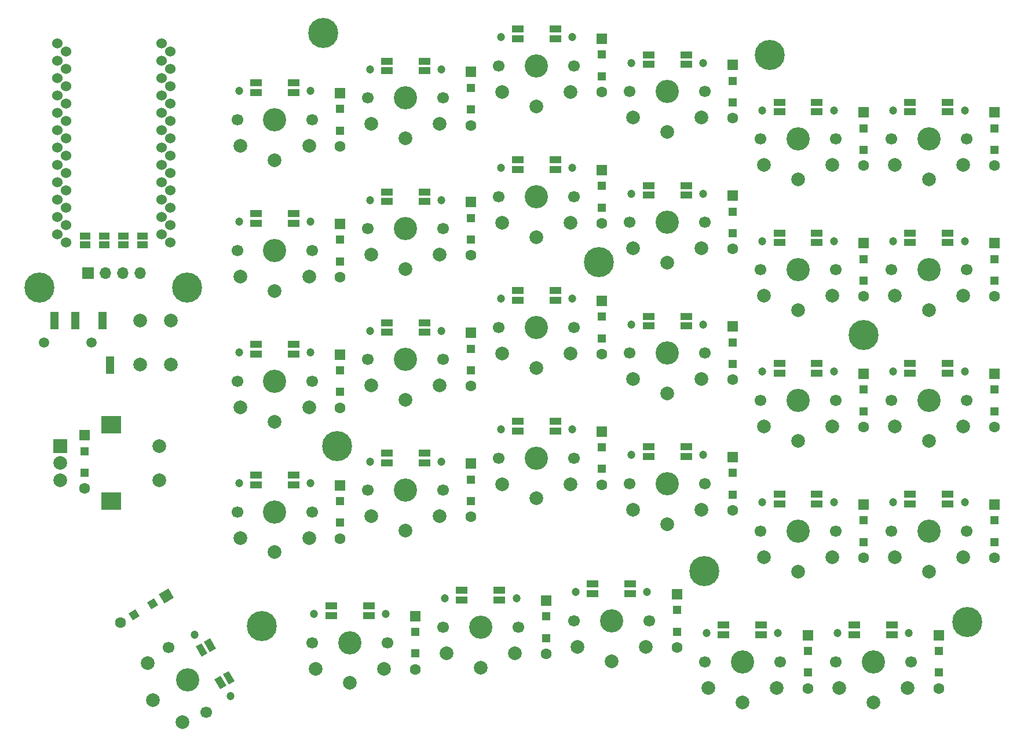
<source format=gbr>
%TF.GenerationSoftware,KiCad,Pcbnew,(5.1.8)-1*%
%TF.CreationDate,2021-02-13T18:12:48-08:00*%
%TF.ProjectId,Dualies,4475616c-6965-4732-9e6b-696361645f70,rev?*%
%TF.SameCoordinates,Original*%
%TF.FileFunction,Soldermask,Top*%
%TF.FilePolarity,Negative*%
%FSLAX46Y46*%
G04 Gerber Fmt 4.6, Leading zero omitted, Abs format (unit mm)*
G04 Created by KiCad (PCBNEW (5.1.8)-1) date 2021-02-13 18:12:48*
%MOMM*%
%LPD*%
G01*
G04 APERTURE LIST*
%ADD10R,1.700000X1.000000*%
%ADD11C,0.100000*%
%ADD12C,1.200000*%
%ADD13C,2.000000*%
%ADD14C,1.700000*%
%ADD15C,3.400000*%
%ADD16C,4.400000*%
%ADD17C,0.700000*%
%ADD18R,1.200000X1.200000*%
%ADD19R,1.600000X1.600000*%
%ADD20C,1.600000*%
%ADD21C,1.500000*%
%ADD22R,1.200000X2.500000*%
%ADD23R,1.700000X1.700000*%
%ADD24O,1.700000X1.700000*%
%ADD25R,1.500000X1.000000*%
%ADD26R,3.000000X2.500000*%
%ADD27R,2.000000X2.000000*%
%ADD28C,1.524000*%
G04 APERTURE END LIST*
D10*
%TO.C,LED0*%
X96718750Y-34643750D03*
X96718750Y-36043750D03*
X102218750Y-34643750D03*
X102218750Y-36043750D03*
%TD*%
%TO.C,LED29*%
X184187500Y-113956250D03*
X184187500Y-115356250D03*
X189687500Y-113956250D03*
X189687500Y-115356250D03*
%TD*%
%TO.C,LED1*%
X115843750Y-31456250D03*
X115843750Y-32856250D03*
X121343750Y-31456250D03*
X121343750Y-32856250D03*
%TD*%
%TO.C,LED2*%
X134968750Y-26768750D03*
X134968750Y-28168750D03*
X140468750Y-26768750D03*
X140468750Y-28168750D03*
%TD*%
%TO.C,LED3*%
X154093750Y-30518750D03*
X154093750Y-31918750D03*
X159593750Y-30518750D03*
X159593750Y-31918750D03*
%TD*%
%TO.C,LED4*%
X173218750Y-37456250D03*
X173218750Y-38856250D03*
X178718750Y-37456250D03*
X178718750Y-38856250D03*
%TD*%
%TO.C,LED5*%
X192343750Y-37456250D03*
X192343750Y-38856250D03*
X197843750Y-37456250D03*
X197843750Y-38856250D03*
%TD*%
%TO.C,LED6*%
X102218750Y-55168750D03*
X102218750Y-53768750D03*
X96718750Y-55168750D03*
X96718750Y-53768750D03*
%TD*%
%TO.C,LED7*%
X121343750Y-51981250D03*
X121343750Y-50581250D03*
X115843750Y-51981250D03*
X115843750Y-50581250D03*
%TD*%
%TO.C,LED8*%
X140468750Y-47293750D03*
X140468750Y-45893750D03*
X134968750Y-47293750D03*
X134968750Y-45893750D03*
%TD*%
%TO.C,LED9*%
X159593750Y-51043750D03*
X159593750Y-49643750D03*
X154093750Y-51043750D03*
X154093750Y-49643750D03*
%TD*%
%TO.C,LED10*%
X178718750Y-57981250D03*
X178718750Y-56581250D03*
X173218750Y-57981250D03*
X173218750Y-56581250D03*
%TD*%
%TO.C,LED11*%
X197843750Y-57981250D03*
X197843750Y-56581250D03*
X192343750Y-57981250D03*
X192343750Y-56581250D03*
%TD*%
%TO.C,LED12*%
X96718750Y-72893750D03*
X96718750Y-74293750D03*
X102218750Y-72893750D03*
X102218750Y-74293750D03*
%TD*%
%TO.C,LED13*%
X115843750Y-69706250D03*
X115843750Y-71106250D03*
X121343750Y-69706250D03*
X121343750Y-71106250D03*
%TD*%
%TO.C,LED14*%
X134968750Y-65018750D03*
X134968750Y-66418750D03*
X140468750Y-65018750D03*
X140468750Y-66418750D03*
%TD*%
%TO.C,LED15*%
X154093750Y-68768750D03*
X154093750Y-70168750D03*
X159593750Y-68768750D03*
X159593750Y-70168750D03*
%TD*%
%TO.C,LED16*%
X173218750Y-75706250D03*
X173218750Y-77106250D03*
X178718750Y-75706250D03*
X178718750Y-77106250D03*
%TD*%
%TO.C,LED17*%
X192343750Y-75706250D03*
X192343750Y-77106250D03*
X197843750Y-75706250D03*
X197843750Y-77106250D03*
%TD*%
%TO.C,LED18*%
X102218750Y-93418750D03*
X102218750Y-92018750D03*
X96718750Y-93418750D03*
X96718750Y-92018750D03*
%TD*%
%TO.C,LED19*%
X121343750Y-90231250D03*
X121343750Y-88831250D03*
X115843750Y-90231250D03*
X115843750Y-88831250D03*
%TD*%
%TO.C,LED20*%
X140468750Y-85543750D03*
X140468750Y-84143750D03*
X134968750Y-85543750D03*
X134968750Y-84143750D03*
%TD*%
%TO.C,LED21*%
X159593750Y-89293750D03*
X159593750Y-87893750D03*
X154093750Y-89293750D03*
X154093750Y-87893750D03*
%TD*%
%TO.C,LED22*%
X178718750Y-96231250D03*
X178718750Y-94831250D03*
X173218750Y-96231250D03*
X173218750Y-94831250D03*
%TD*%
%TO.C,LED23*%
X197843750Y-96231250D03*
X197843750Y-94831250D03*
X192343750Y-96231250D03*
X192343750Y-94831250D03*
%TD*%
D11*
%TO.C,LED24*%
G36*
X89123205Y-116407308D02*
G01*
X89989231Y-115907308D01*
X90839231Y-117379552D01*
X89973205Y-117879552D01*
X89123205Y-116407308D01*
G37*
G36*
X87910769Y-117107308D02*
G01*
X88776795Y-116607308D01*
X89626795Y-118079552D01*
X88760769Y-118579552D01*
X87910769Y-117107308D01*
G37*
G36*
X91873205Y-121170448D02*
G01*
X92739231Y-120670448D01*
X93589231Y-122142692D01*
X92723205Y-122642692D01*
X91873205Y-121170448D01*
G37*
G36*
X90660769Y-121870448D02*
G01*
X91526795Y-121370448D01*
X92376795Y-122842692D01*
X91510769Y-123342692D01*
X90660769Y-121870448D01*
G37*
%TD*%
D10*
%TO.C,LED25*%
X107687500Y-111143750D03*
X107687500Y-112543750D03*
X113187500Y-111143750D03*
X113187500Y-112543750D03*
%TD*%
%TO.C,LED26*%
X126812500Y-108893750D03*
X126812500Y-110293750D03*
X132312500Y-108893750D03*
X132312500Y-110293750D03*
%TD*%
%TO.C,LED27*%
X145937500Y-107956250D03*
X145937500Y-109356250D03*
X151437500Y-107956250D03*
X151437500Y-109356250D03*
%TD*%
%TO.C,LED28*%
X165062500Y-113956250D03*
X165062500Y-115356250D03*
X170562500Y-113956250D03*
X170562500Y-115356250D03*
%TD*%
D12*
%TO.C,K11*%
X189873750Y-57768750D03*
X200313750Y-57768750D03*
D13*
X190093750Y-65768750D03*
X200093750Y-65768750D03*
X195093750Y-67868750D03*
D14*
X200593750Y-61968750D03*
X189593750Y-61968750D03*
D15*
X195093750Y-61968750D03*
%TD*%
D16*
%TO.C,REF\u002A\u002A*%
X65062500Y-64593750D03*
D17*
X66712500Y-64593750D03*
X66229226Y-65760476D03*
X65062500Y-66243750D03*
X63895774Y-65760476D03*
X63412500Y-64593750D03*
X63895774Y-63427024D03*
X65062500Y-62943750D03*
X66229226Y-63427024D03*
%TD*%
D16*
%TO.C,REF\u002A\u002A*%
X86625000Y-64593750D03*
D17*
X88275000Y-64593750D03*
X87791726Y-65760476D03*
X86625000Y-66243750D03*
X85458274Y-65760476D03*
X84975000Y-64593750D03*
X85458274Y-63427024D03*
X86625000Y-62943750D03*
X87791726Y-63427024D03*
%TD*%
D16*
%TO.C,REF\u002A\u002A*%
X185531250Y-71531250D03*
D17*
X187181250Y-71531250D03*
X186697976Y-72697976D03*
X185531250Y-73181250D03*
X184364524Y-72697976D03*
X183881250Y-71531250D03*
X184364524Y-70364524D03*
X185531250Y-69881250D03*
X186697976Y-70364524D03*
%TD*%
D16*
%TO.C,REF\u002A\u002A*%
X146812500Y-60843750D03*
D17*
X148462500Y-60843750D03*
X147979226Y-62010476D03*
X146812500Y-62493750D03*
X145645774Y-62010476D03*
X145162500Y-60843750D03*
X145645774Y-59677024D03*
X146812500Y-59193750D03*
X147979226Y-59677024D03*
%TD*%
%TO.C,REF\u002A\u002A*%
X98760476Y-112927024D03*
X97593750Y-112443750D03*
X96427024Y-112927024D03*
X95943750Y-114093750D03*
X96427024Y-115260476D03*
X97593750Y-115743750D03*
X98760476Y-115260476D03*
X99243750Y-114093750D03*
D16*
X97593750Y-114093750D03*
%TD*%
D17*
%TO.C,REF\u002A\u002A*%
X163447976Y-104864524D03*
X162281250Y-104381250D03*
X161114524Y-104864524D03*
X160631250Y-106031250D03*
X161114524Y-107197976D03*
X162281250Y-107681250D03*
X163447976Y-107197976D03*
X163931250Y-106031250D03*
D16*
X162281250Y-106031250D03*
%TD*%
D17*
%TO.C,REF\u002A\u002A*%
X201885476Y-112364524D03*
X200718750Y-111881250D03*
X199552024Y-112364524D03*
X199068750Y-113531250D03*
X199552024Y-114697976D03*
X200718750Y-115181250D03*
X201885476Y-114697976D03*
X202368750Y-113531250D03*
D16*
X200718750Y-113531250D03*
%TD*%
D17*
%TO.C,REF\u002A\u002A*%
X107718750Y-26156250D03*
X106552024Y-25672976D03*
X105385298Y-26156250D03*
X104902024Y-27322976D03*
X105385298Y-28489702D03*
X106552024Y-28972976D03*
X107718750Y-28489702D03*
X108202024Y-27322976D03*
D16*
X106552024Y-27322976D03*
%TD*%
D17*
%TO.C,REF\u002A\u002A*%
X173010476Y-29395774D03*
X171843750Y-28912500D03*
X170677024Y-29395774D03*
X170193750Y-30562500D03*
X170677024Y-31729226D03*
X171843750Y-32212500D03*
X173010476Y-31729226D03*
X173493750Y-30562500D03*
D16*
X171843750Y-30562500D03*
%TD*%
%TO.C,REF\u002A\u002A*%
X108562500Y-87750000D03*
D17*
X110212500Y-87750000D03*
X109729226Y-88916726D03*
X108562500Y-89400000D03*
X107395774Y-88916726D03*
X106912500Y-87750000D03*
X107395774Y-86583274D03*
X108562500Y-86100000D03*
X109729226Y-86583274D03*
%TD*%
D15*
%TO.C,K28*%
X167812500Y-119343750D03*
D14*
X162312500Y-119343750D03*
X173312500Y-119343750D03*
D13*
X167812500Y-125243750D03*
X172812500Y-123143750D03*
X162812500Y-123143750D03*
D12*
X173032500Y-115143750D03*
X162592500Y-115143750D03*
%TD*%
%TO.C,K8*%
X132498750Y-47081250D03*
X142938750Y-47081250D03*
D13*
X132718750Y-55081250D03*
X142718750Y-55081250D03*
X137718750Y-57181250D03*
D14*
X143218750Y-51281250D03*
X132218750Y-51281250D03*
D15*
X137718750Y-51281250D03*
%TD*%
D12*
%TO.C,K24*%
X87746057Y-115348097D03*
X92966057Y-124389403D03*
D13*
X80927853Y-119538623D03*
X85927853Y-128198877D03*
X81609200Y-124918750D03*
D14*
X89468750Y-126731890D03*
X83968750Y-117205610D03*
D15*
X86718750Y-121968750D03*
%TD*%
D18*
%TO.C,D0*%
X109031250Y-41606250D03*
X109031250Y-38456250D03*
D19*
X109031250Y-36131250D03*
D20*
X109031250Y-43931250D03*
X109031250Y-43931250D03*
D19*
X109031250Y-36131250D03*
%TD*%
%TO.C,D1*%
X128156250Y-33037500D03*
D20*
X128156250Y-40837500D03*
X128156250Y-40837500D03*
D19*
X128156250Y-33037500D03*
D18*
X128156250Y-35362500D03*
X128156250Y-38512500D03*
%TD*%
%TO.C,D2*%
X147281250Y-33637500D03*
X147281250Y-30487500D03*
D19*
X147281250Y-28162500D03*
D20*
X147281250Y-35962500D03*
X147281250Y-35962500D03*
D19*
X147281250Y-28162500D03*
%TD*%
%TO.C,D3*%
X166406250Y-32006250D03*
D20*
X166406250Y-39806250D03*
X166406250Y-39806250D03*
D19*
X166406250Y-32006250D03*
D18*
X166406250Y-34331250D03*
X166406250Y-37481250D03*
%TD*%
%TO.C,D4*%
X185531250Y-44418750D03*
X185531250Y-41268750D03*
D19*
X185531250Y-38943750D03*
D20*
X185531250Y-46743750D03*
X185531250Y-46743750D03*
D19*
X185531250Y-38943750D03*
%TD*%
D18*
%TO.C,D5*%
X204656250Y-44418750D03*
X204656250Y-41268750D03*
D19*
X204656250Y-38943750D03*
D20*
X204656250Y-46743750D03*
X204656250Y-46743750D03*
D19*
X204656250Y-38943750D03*
%TD*%
%TO.C,D6*%
X109031250Y-55256250D03*
D20*
X109031250Y-63056250D03*
X109031250Y-63056250D03*
D19*
X109031250Y-55256250D03*
D18*
X109031250Y-57581250D03*
X109031250Y-60731250D03*
%TD*%
%TO.C,D7*%
X128156250Y-57543750D03*
X128156250Y-54393750D03*
D19*
X128156250Y-52068750D03*
D20*
X128156250Y-59868750D03*
X128156250Y-59868750D03*
D19*
X128156250Y-52068750D03*
%TD*%
%TO.C,D8*%
X147281250Y-47381250D03*
D20*
X147281250Y-55181250D03*
X147281250Y-55181250D03*
D19*
X147281250Y-47381250D03*
D18*
X147281250Y-49706250D03*
X147281250Y-52856250D03*
%TD*%
%TO.C,D9*%
X166406250Y-56606250D03*
X166406250Y-53456250D03*
D19*
X166406250Y-51131250D03*
D20*
X166406250Y-58931250D03*
X166406250Y-58931250D03*
D19*
X166406250Y-51131250D03*
%TD*%
%TO.C,D10*%
X185531250Y-58068750D03*
D20*
X185531250Y-65868750D03*
X185531250Y-65868750D03*
D19*
X185531250Y-58068750D03*
D18*
X185531250Y-60393750D03*
X185531250Y-63543750D03*
%TD*%
D19*
%TO.C,D11*%
X204656250Y-58068750D03*
D20*
X204656250Y-65868750D03*
X204656250Y-65868750D03*
D19*
X204656250Y-58068750D03*
D18*
X204656250Y-60393750D03*
X204656250Y-63543750D03*
%TD*%
%TO.C,D12*%
X109031250Y-79856250D03*
X109031250Y-76706250D03*
D19*
X109031250Y-74381250D03*
D20*
X109031250Y-82181250D03*
X109031250Y-82181250D03*
D19*
X109031250Y-74381250D03*
%TD*%
%TO.C,D13*%
X128156250Y-71193750D03*
D20*
X128156250Y-78993750D03*
X128156250Y-78993750D03*
D19*
X128156250Y-71193750D03*
D18*
X128156250Y-73518750D03*
X128156250Y-76668750D03*
%TD*%
%TO.C,D14*%
X147281250Y-72000000D03*
X147281250Y-68850000D03*
D19*
X147281250Y-66525000D03*
D20*
X147281250Y-74325000D03*
X147281250Y-74325000D03*
D19*
X147281250Y-66525000D03*
%TD*%
%TO.C,D15*%
X166406250Y-70256250D03*
D20*
X166406250Y-78056250D03*
X166406250Y-78056250D03*
D19*
X166406250Y-70256250D03*
D18*
X166406250Y-72581250D03*
X166406250Y-75731250D03*
%TD*%
%TO.C,D16*%
X185531250Y-82668750D03*
X185531250Y-79518750D03*
D19*
X185531250Y-77193750D03*
D20*
X185531250Y-84993750D03*
X185531250Y-84993750D03*
D19*
X185531250Y-77193750D03*
%TD*%
%TO.C,D17*%
X204656250Y-77193750D03*
D20*
X204656250Y-84993750D03*
X204656250Y-84993750D03*
D19*
X204656250Y-77193750D03*
D18*
X204656250Y-79518750D03*
X204656250Y-82668750D03*
%TD*%
%TO.C,D18*%
X109031250Y-98981250D03*
X109031250Y-95831250D03*
D19*
X109031250Y-93506250D03*
D20*
X109031250Y-101306250D03*
X109031250Y-101306250D03*
D19*
X109031250Y-93506250D03*
%TD*%
D18*
%TO.C,D19*%
X128156250Y-95793750D03*
X128156250Y-92643750D03*
D19*
X128156250Y-90318750D03*
D20*
X128156250Y-98118750D03*
X128156250Y-98118750D03*
D19*
X128156250Y-90318750D03*
%TD*%
D18*
%TO.C,D20*%
X147281250Y-91106250D03*
X147281250Y-87956250D03*
D19*
X147281250Y-85631250D03*
D20*
X147281250Y-93431250D03*
X147281250Y-93431250D03*
D19*
X147281250Y-85631250D03*
%TD*%
%TO.C,D21*%
X166406250Y-89381250D03*
D20*
X166406250Y-97181250D03*
X166406250Y-97181250D03*
D19*
X166406250Y-89381250D03*
D18*
X166406250Y-91706250D03*
X166406250Y-94856250D03*
%TD*%
%TO.C,D22*%
X185531250Y-101793750D03*
X185531250Y-98643750D03*
D19*
X185531250Y-96318750D03*
D20*
X185531250Y-104118750D03*
X185531250Y-104118750D03*
D19*
X185531250Y-96318750D03*
%TD*%
%TO.C,D23*%
X204656250Y-96318750D03*
D20*
X204656250Y-104118750D03*
X204656250Y-104118750D03*
D19*
X204656250Y-96318750D03*
D18*
X204656250Y-98643750D03*
X204656250Y-101793750D03*
%TD*%
D11*
%TO.C,D24*%
G36*
X79105625Y-111624135D02*
G01*
X79705625Y-112663365D01*
X78666395Y-113263365D01*
X78066395Y-112224135D01*
X79105625Y-111624135D01*
G37*
G36*
X81833605Y-110049135D02*
G01*
X82433605Y-111088365D01*
X81394375Y-111688365D01*
X80794375Y-110649135D01*
X81833605Y-110049135D01*
G37*
G36*
X83920319Y-108613430D02*
G01*
X84720319Y-109999070D01*
X83334679Y-110799070D01*
X82534679Y-109413430D01*
X83920319Y-108613430D01*
G37*
D20*
X76872501Y-113606250D03*
X76872501Y-113606250D03*
D11*
G36*
X83920319Y-108613430D02*
G01*
X84720319Y-109999070D01*
X83334679Y-110799070D01*
X82534679Y-109413430D01*
X83920319Y-108613430D01*
G37*
%TD*%
D19*
%TO.C,D25*%
X120000000Y-112631250D03*
D20*
X120000000Y-120431250D03*
X120000000Y-120431250D03*
D19*
X120000000Y-112631250D03*
D18*
X120000000Y-114956250D03*
X120000000Y-118106250D03*
%TD*%
%TO.C,D26*%
X139125000Y-115856250D03*
X139125000Y-112706250D03*
D19*
X139125000Y-110381250D03*
D20*
X139125000Y-118181250D03*
X139125000Y-118181250D03*
D19*
X139125000Y-110381250D03*
%TD*%
%TO.C,D27*%
X158250000Y-109443750D03*
D20*
X158250000Y-117243750D03*
X158250000Y-117243750D03*
D19*
X158250000Y-109443750D03*
D18*
X158250000Y-111768750D03*
X158250000Y-114918750D03*
%TD*%
%TO.C,D28*%
X177375000Y-120918750D03*
X177375000Y-117768750D03*
D19*
X177375000Y-115443750D03*
D20*
X177375000Y-123243750D03*
X177375000Y-123243750D03*
D19*
X177375000Y-115443750D03*
%TD*%
%TO.C,D29*%
X196500000Y-115443750D03*
D20*
X196500000Y-123243750D03*
X196500000Y-123243750D03*
D19*
X196500000Y-115443750D03*
D18*
X196500000Y-117768750D03*
X196500000Y-120918750D03*
%TD*%
D19*
%TO.C,D30*%
X71625000Y-86193750D03*
D20*
X71625000Y-93993750D03*
X71625000Y-93993750D03*
D19*
X71625000Y-86193750D03*
D18*
X71625000Y-88518750D03*
X71625000Y-91668750D03*
%TD*%
D21*
%TO.C,J0*%
X65691750Y-72656250D03*
X72691750Y-72656250D03*
X72691750Y-72656250D03*
X65691750Y-72656250D03*
D22*
X67291750Y-69406250D03*
X70291750Y-69406250D03*
X74291750Y-69406250D03*
X75391750Y-75906250D03*
%TD*%
D23*
%TO.C,J1*%
X72187500Y-62437500D03*
D24*
X74727500Y-62437500D03*
X77267500Y-62437500D03*
X79807500Y-62437500D03*
%TD*%
D25*
%TO.C,JP1*%
X71718750Y-57006250D03*
X71718750Y-58306250D03*
%TD*%
%TO.C,JP2*%
X74531250Y-58312500D03*
X74531250Y-57012500D03*
%TD*%
%TO.C,JP3*%
X77343750Y-57012500D03*
X77343750Y-58312500D03*
%TD*%
%TO.C,JP4*%
X80156250Y-58312500D03*
X80156250Y-57012500D03*
%TD*%
D15*
%TO.C,K0*%
X99468750Y-40031250D03*
D14*
X93968750Y-40031250D03*
X104968750Y-40031250D03*
D13*
X99468750Y-45931250D03*
X104468750Y-43831250D03*
X94468750Y-43831250D03*
D12*
X104688750Y-35831250D03*
X94248750Y-35831250D03*
%TD*%
%TO.C,K1*%
X113373750Y-32643750D03*
X123813750Y-32643750D03*
D13*
X113593750Y-40643750D03*
X123593750Y-40643750D03*
X118593750Y-42743750D03*
D14*
X124093750Y-36843750D03*
X113093750Y-36843750D03*
D15*
X118593750Y-36843750D03*
%TD*%
%TO.C,K2*%
X137718750Y-32156250D03*
D14*
X132218750Y-32156250D03*
X143218750Y-32156250D03*
D13*
X137718750Y-38056250D03*
X142718750Y-35956250D03*
X132718750Y-35956250D03*
D12*
X142938750Y-27956250D03*
X132498750Y-27956250D03*
%TD*%
D15*
%TO.C,K3*%
X156843750Y-35906250D03*
D14*
X151343750Y-35906250D03*
X162343750Y-35906250D03*
D13*
X156843750Y-41806250D03*
X161843750Y-39706250D03*
X151843750Y-39706250D03*
D12*
X162063750Y-31706250D03*
X151623750Y-31706250D03*
%TD*%
%TO.C,K4*%
X170748750Y-38643750D03*
X181188750Y-38643750D03*
D13*
X170968750Y-46643750D03*
X180968750Y-46643750D03*
X175968750Y-48743750D03*
D14*
X181468750Y-42843750D03*
X170468750Y-42843750D03*
D15*
X175968750Y-42843750D03*
%TD*%
%TO.C,K5*%
X195093750Y-42843750D03*
D14*
X189593750Y-42843750D03*
X200593750Y-42843750D03*
D13*
X195093750Y-48743750D03*
X200093750Y-46643750D03*
X190093750Y-46643750D03*
D12*
X200313750Y-38643750D03*
X189873750Y-38643750D03*
%TD*%
D15*
%TO.C,K6*%
X99468750Y-59156250D03*
D14*
X93968750Y-59156250D03*
X104968750Y-59156250D03*
D13*
X99468750Y-65056250D03*
X104468750Y-62956250D03*
X94468750Y-62956250D03*
D12*
X104688750Y-54956250D03*
X94248750Y-54956250D03*
%TD*%
D15*
%TO.C,K7*%
X118593750Y-55968750D03*
D14*
X113093750Y-55968750D03*
X124093750Y-55968750D03*
D13*
X118593750Y-61868750D03*
X123593750Y-59768750D03*
X113593750Y-59768750D03*
D12*
X123813750Y-51768750D03*
X113373750Y-51768750D03*
%TD*%
%TO.C,K9*%
X151623750Y-50831250D03*
X162063750Y-50831250D03*
D13*
X151843750Y-58831250D03*
X161843750Y-58831250D03*
X156843750Y-60931250D03*
D14*
X162343750Y-55031250D03*
X151343750Y-55031250D03*
D15*
X156843750Y-55031250D03*
%TD*%
D12*
%TO.C,K10*%
X170748750Y-57768750D03*
X181188750Y-57768750D03*
D13*
X170968750Y-65768750D03*
X180968750Y-65768750D03*
X175968750Y-67868750D03*
D14*
X181468750Y-61968750D03*
X170468750Y-61968750D03*
D15*
X175968750Y-61968750D03*
%TD*%
D12*
%TO.C,K12*%
X94248750Y-74081250D03*
X104688750Y-74081250D03*
D13*
X94468750Y-82081250D03*
X104468750Y-82081250D03*
X99468750Y-84181250D03*
D14*
X104968750Y-78281250D03*
X93968750Y-78281250D03*
D15*
X99468750Y-78281250D03*
%TD*%
D12*
%TO.C,K13*%
X113373750Y-70893750D03*
X123813750Y-70893750D03*
D13*
X113593750Y-78893750D03*
X123593750Y-78893750D03*
X118593750Y-80993750D03*
D14*
X124093750Y-75093750D03*
X113093750Y-75093750D03*
D15*
X118593750Y-75093750D03*
%TD*%
%TO.C,K14*%
X137718750Y-70406250D03*
D14*
X132218750Y-70406250D03*
X143218750Y-70406250D03*
D13*
X137718750Y-76306250D03*
X142718750Y-74206250D03*
X132718750Y-74206250D03*
D12*
X142938750Y-66206250D03*
X132498750Y-66206250D03*
%TD*%
D15*
%TO.C,K15*%
X156843750Y-74156250D03*
D14*
X151343750Y-74156250D03*
X162343750Y-74156250D03*
D13*
X156843750Y-80056250D03*
X161843750Y-77956250D03*
X151843750Y-77956250D03*
D12*
X162063750Y-69956250D03*
X151623750Y-69956250D03*
%TD*%
%TO.C,K16*%
X170748750Y-76893750D03*
X181188750Y-76893750D03*
D13*
X170968750Y-84893750D03*
X180968750Y-84893750D03*
X175968750Y-86993750D03*
D14*
X181468750Y-81093750D03*
X170468750Y-81093750D03*
D15*
X175968750Y-81093750D03*
%TD*%
%TO.C,K17*%
X195093750Y-81093750D03*
D14*
X189593750Y-81093750D03*
X200593750Y-81093750D03*
D13*
X195093750Y-86993750D03*
X200093750Y-84893750D03*
X190093750Y-84893750D03*
D12*
X200313750Y-76893750D03*
X189873750Y-76893750D03*
%TD*%
D15*
%TO.C,K18*%
X99468750Y-97406250D03*
D14*
X93968750Y-97406250D03*
X104968750Y-97406250D03*
D13*
X99468750Y-103306250D03*
X104468750Y-101206250D03*
X94468750Y-101206250D03*
D12*
X104688750Y-93206250D03*
X94248750Y-93206250D03*
%TD*%
D15*
%TO.C,K19*%
X118593750Y-94218750D03*
D14*
X113093750Y-94218750D03*
X124093750Y-94218750D03*
D13*
X118593750Y-100118750D03*
X123593750Y-98018750D03*
X113593750Y-98018750D03*
D12*
X123813750Y-90018750D03*
X113373750Y-90018750D03*
%TD*%
D15*
%TO.C,K20*%
X137718750Y-89531250D03*
D14*
X132218750Y-89531250D03*
X143218750Y-89531250D03*
D13*
X137718750Y-95431250D03*
X142718750Y-93331250D03*
X132718750Y-93331250D03*
D12*
X142938750Y-85331250D03*
X132498750Y-85331250D03*
%TD*%
%TO.C,K21*%
X151623750Y-89081250D03*
X162063750Y-89081250D03*
D13*
X151843750Y-97081250D03*
X161843750Y-97081250D03*
X156843750Y-99181250D03*
D14*
X162343750Y-93281250D03*
X151343750Y-93281250D03*
D15*
X156843750Y-93281250D03*
%TD*%
D12*
%TO.C,K22*%
X170748750Y-96018750D03*
X181188750Y-96018750D03*
D13*
X170968750Y-104018750D03*
X180968750Y-104018750D03*
X175968750Y-106118750D03*
D14*
X181468750Y-100218750D03*
X170468750Y-100218750D03*
D15*
X175968750Y-100218750D03*
%TD*%
D12*
%TO.C,K23*%
X189873750Y-96018750D03*
X200313750Y-96018750D03*
D13*
X190093750Y-104018750D03*
X200093750Y-104018750D03*
X195093750Y-106118750D03*
D14*
X200593750Y-100218750D03*
X189593750Y-100218750D03*
D15*
X195093750Y-100218750D03*
%TD*%
D12*
%TO.C,K25*%
X105217500Y-112331250D03*
X115657500Y-112331250D03*
D13*
X105437500Y-120331250D03*
X115437500Y-120331250D03*
X110437500Y-122431250D03*
D14*
X115937500Y-116531250D03*
X104937500Y-116531250D03*
D15*
X110437500Y-116531250D03*
%TD*%
D12*
%TO.C,K26*%
X124342500Y-110081250D03*
X134782500Y-110081250D03*
D13*
X124562500Y-118081250D03*
X134562500Y-118081250D03*
X129562500Y-120181250D03*
D14*
X135062500Y-114281250D03*
X124062500Y-114281250D03*
D15*
X129562500Y-114281250D03*
%TD*%
%TO.C,K27*%
X148687500Y-113343750D03*
D14*
X143187500Y-113343750D03*
X154187500Y-113343750D03*
D13*
X148687500Y-119243750D03*
X153687500Y-117143750D03*
X143687500Y-117143750D03*
D12*
X153907500Y-109143750D03*
X143467500Y-109143750D03*
%TD*%
D15*
%TO.C,K29*%
X186937500Y-119343750D03*
D14*
X181437500Y-119343750D03*
X192437500Y-119343750D03*
D13*
X186937500Y-125243750D03*
X191937500Y-123143750D03*
X181937500Y-123143750D03*
D12*
X192157500Y-115143750D03*
X181717500Y-115143750D03*
%TD*%
D13*
%TO.C,SW0*%
X79781250Y-69375000D03*
X84281250Y-69375000D03*
X79781250Y-75875000D03*
X84281250Y-75875000D03*
%TD*%
%TO.C,SW1*%
X82562500Y-92750000D03*
X82562500Y-87750000D03*
D26*
X75562500Y-95850000D03*
X75562500Y-84650000D03*
D13*
X68062500Y-92750000D03*
X68062500Y-90250000D03*
D27*
X68062500Y-87750000D03*
%TD*%
D28*
%TO.C,U0*%
X68947500Y-35103750D03*
X84187500Y-52883750D03*
X68947500Y-45263750D03*
X84187500Y-42723750D03*
X84187500Y-37643750D03*
X68947500Y-55423750D03*
X84187500Y-35103750D03*
X84187500Y-30023750D03*
X68947500Y-50343750D03*
X84187500Y-57963750D03*
X68947500Y-42723750D03*
X68947500Y-32563750D03*
X68947500Y-37643750D03*
X68947500Y-40183750D03*
X68947500Y-52883750D03*
X68947500Y-47803750D03*
X84187500Y-50343750D03*
X84187500Y-47803750D03*
X68947500Y-57963750D03*
X84187500Y-55423750D03*
X84187500Y-32563750D03*
X68947500Y-30023750D03*
X84187500Y-45263750D03*
X84187500Y-40183750D03*
X67648685Y-28828005D03*
X67648685Y-31368005D03*
X67648685Y-33908005D03*
X67648685Y-36448005D03*
X67648685Y-38988005D03*
X67648685Y-41528005D03*
X67648685Y-44068005D03*
X67648685Y-46608005D03*
X67648685Y-49148005D03*
X67648685Y-51688005D03*
X67648685Y-54228005D03*
X67648685Y-56768005D03*
X82888685Y-56768005D03*
X82888685Y-54228005D03*
X82888685Y-51688005D03*
X82888685Y-49148005D03*
X82888685Y-46608005D03*
X82888685Y-44068005D03*
X82888685Y-41528005D03*
X82888685Y-38988005D03*
X82888685Y-36448005D03*
X82888685Y-33908005D03*
X82888685Y-31368005D03*
X82888685Y-28828005D03*
%TD*%
M02*

</source>
